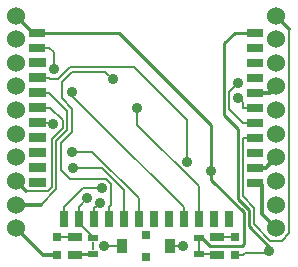
<source format=gtl>
%FSLAX34Y34*%
G04 Gerber Fmt 3.4, Leading zero omitted, Abs format*
G04 (created by PCBNEW (2013-12-14 BZR 4555)-product) date Wed 15 Jan 2014 15:50:04 EST*
%MOIN*%
G01*
G70*
G90*
G04 APERTURE LIST*
%ADD10C,0.005906*%
%ADD11R,0.031496X0.031496*%
%ADD12R,0.045000X0.025000*%
%ADD13R,0.035433X0.051181*%
%ADD14R,0.027559X0.027559*%
%ADD15R,0.035433X0.019685*%
%ADD16R,0.008000X0.031496*%
%ADD17C,0.060000*%
%ADD18R,0.027559X0.055118*%
%ADD19R,0.055118X0.027559*%
%ADD20C,0.035000*%
%ADD21C,0.010000*%
%ADD22C,0.014000*%
%ADD23C,0.008000*%
G04 APERTURE END LIST*
G54D10*
G54D11*
X2952Y-7381D03*
X2952Y-7972D03*
X-2952Y-7381D03*
X-2952Y-7972D03*
G54D12*
X2362Y-7977D03*
X2362Y-7377D03*
X-2362Y-7977D03*
X-2362Y-7377D03*
G54D13*
X-807Y-7677D03*
X807Y-7677D03*
G54D14*
X0Y-8031D03*
X-3Y-7322D03*
G54D15*
X-1771Y-7421D03*
X-1771Y-7933D03*
G54D16*
X-1771Y-7677D03*
G54D15*
X1771Y-7421D03*
X1771Y-7933D03*
G54D16*
X1771Y-7677D03*
G54D17*
X4331Y0D03*
X4331Y-3150D03*
X4331Y-4724D03*
X4331Y-3937D03*
X4331Y-1575D03*
X4331Y-2362D03*
X4331Y-787D03*
X4331Y-6299D03*
X4331Y-7087D03*
X4331Y-5512D03*
X-4331Y-5512D03*
X-4331Y-7087D03*
X-4331Y-6299D03*
X-4331Y-787D03*
X-4331Y-2362D03*
X-4331Y-1575D03*
X-4331Y-3937D03*
X-4331Y-4724D03*
X-4331Y-3150D03*
X-4331Y0D03*
G54D18*
X2750Y-6781D03*
X2250Y-6781D03*
G54D19*
X-3622Y-566D03*
G54D10*
G36*
X-3897Y-5704D02*
X-3897Y-5429D01*
X-3346Y-5429D01*
X-3346Y-5704D01*
X-3897Y-5704D01*
X-3897Y-5704D01*
G37*
G54D19*
X-3622Y-1066D03*
G54D10*
G36*
X-3897Y-1704D02*
X-3897Y-1429D01*
X-3346Y-1429D01*
X-3346Y-1704D01*
X-3897Y-1704D01*
X-3897Y-1704D01*
G37*
G36*
X-3897Y-2204D02*
X-3897Y-1929D01*
X-3346Y-1929D01*
X-3346Y-2204D01*
X-3897Y-2204D01*
X-3897Y-2204D01*
G37*
G36*
X-3897Y-2704D02*
X-3897Y-2429D01*
X-3346Y-2429D01*
X-3346Y-2704D01*
X-3897Y-2704D01*
X-3897Y-2704D01*
G37*
G36*
X-3897Y-3204D02*
X-3897Y-2929D01*
X-3346Y-2929D01*
X-3346Y-3204D01*
X-3897Y-3204D01*
X-3897Y-3204D01*
G37*
G36*
X-3897Y-3704D02*
X-3897Y-3429D01*
X-3346Y-3429D01*
X-3346Y-3704D01*
X-3897Y-3704D01*
X-3897Y-3704D01*
G37*
G36*
X-3897Y-4204D02*
X-3897Y-3929D01*
X-3346Y-3929D01*
X-3346Y-4204D01*
X-3897Y-4204D01*
X-3897Y-4204D01*
G37*
G36*
X-3897Y-4704D02*
X-3897Y-4429D01*
X-3346Y-4429D01*
X-3346Y-4704D01*
X-3897Y-4704D01*
X-3897Y-4704D01*
G37*
G36*
X-3897Y-5204D02*
X-3897Y-4929D01*
X-3346Y-4929D01*
X-3346Y-5204D01*
X-3897Y-5204D01*
X-3897Y-5204D01*
G37*
G54D18*
X-2750Y-6781D03*
X-2250Y-6781D03*
X-1750Y-6781D03*
X-1250Y-6781D03*
X-750Y-6781D03*
X-250Y-6781D03*
X250Y-6781D03*
X750Y-6781D03*
X1250Y-6781D03*
X1750Y-6781D03*
G54D19*
X3622Y-566D03*
X3622Y-5566D03*
X3622Y-5066D03*
X3622Y-4566D03*
X3622Y-4066D03*
X3622Y-3566D03*
X3622Y-3066D03*
X3622Y-2566D03*
X3622Y-2066D03*
X3622Y-1566D03*
X3622Y-1066D03*
G54D20*
X2167Y-5182D03*
X4110Y-7842D03*
X1239Y-7677D03*
X-1098Y-2129D03*
X-1524Y-6242D03*
X-1457Y-5743D03*
X-2429Y-5074D03*
X-2456Y-4531D03*
X3074Y-2255D03*
X3082Y-2747D03*
X-2456Y-2539D03*
X-1389Y-7677D03*
X-3078Y-1790D03*
X-1954Y-6088D03*
X1378Y-4887D03*
X-299Y-3078D03*
X-3085Y-3607D03*
G54D21*
X-2447Y-566D02*
X-909Y-566D01*
X2167Y-3644D02*
X2167Y-5182D01*
X-909Y-566D02*
X2167Y-3644D01*
G54D22*
X-4331Y0D02*
X-4326Y0D01*
X-4326Y0D02*
X-3759Y-566D01*
G54D21*
X3249Y-7620D02*
X3192Y-7677D01*
X3249Y-6549D02*
X2167Y-5467D01*
X2167Y-5467D02*
X2167Y-5182D01*
X2099Y-7659D02*
X2117Y-7677D01*
X2117Y-7677D02*
X2897Y-7677D01*
X1771Y-7421D02*
X1861Y-7421D01*
X1861Y-7421D02*
X2099Y-7659D01*
X2897Y-7677D02*
X3177Y-7677D01*
X3249Y-6549D02*
X3249Y-7620D01*
X3177Y-7677D02*
X3192Y-7677D01*
G54D23*
X1771Y-7933D02*
X1771Y-7421D01*
G54D21*
X-4326Y0D02*
X-3759Y-566D01*
X-4330Y0D02*
X-4326Y0D01*
X-3759Y-566D02*
X-3226Y-566D01*
X-2447Y-566D02*
X-3226Y-566D01*
G54D22*
X-4331Y-7087D02*
X-3445Y-7972D01*
X-3445Y-7972D02*
X-2952Y-7972D01*
G54D21*
X2610Y-3194D02*
X2610Y-3322D01*
X4110Y-7710D02*
X3429Y-7030D01*
X3429Y-7030D02*
X3429Y-6474D01*
X3429Y-6474D02*
X3056Y-6101D01*
X3056Y-6101D02*
X3056Y-3768D01*
X4110Y-7842D02*
X4110Y-7710D01*
X2956Y-566D02*
X2610Y-913D01*
X2610Y-913D02*
X2610Y-3194D01*
X3759Y-566D02*
X2956Y-566D01*
X2610Y-3322D02*
X3056Y-3768D01*
G54D23*
X3374Y-7908D02*
X4044Y-7908D01*
X3230Y-7972D02*
X3294Y-7908D01*
X3294Y-7908D02*
X3374Y-7908D01*
X2952Y-7972D02*
X3230Y-7972D01*
X4044Y-7908D02*
X4110Y-7842D01*
X807Y-7677D02*
X1104Y-7677D01*
X1104Y-7677D02*
X1239Y-7677D01*
X-3445Y-7972D02*
X-2952Y-7972D01*
X-4330Y-7087D02*
X-3445Y-7972D01*
X-1098Y-2129D02*
X-1355Y-1872D01*
X-2803Y-2763D02*
X-2459Y-3107D01*
X-2803Y-2206D02*
X-2803Y-2763D01*
X-2469Y-1872D02*
X-2803Y-2206D01*
X-1355Y-1872D02*
X-2469Y-1872D01*
X-2459Y-3107D02*
X-2459Y-3491D01*
X-2459Y-3491D02*
X-2459Y-3892D01*
X-1350Y-5433D02*
X-1162Y-5621D01*
X-1162Y-5621D02*
X-1162Y-6298D01*
X-1162Y-6298D02*
X-1250Y-6385D01*
X-1250Y-6919D02*
X-1250Y-6385D01*
X-1850Y-5433D02*
X-1350Y-5433D01*
X-2459Y-3892D02*
X-2827Y-4260D01*
X-2827Y-4260D02*
X-2827Y-5152D01*
X-2827Y-5152D02*
X-2547Y-5433D01*
X-2547Y-5433D02*
X-1850Y-5433D01*
X-1750Y-6919D02*
X-1750Y-6385D01*
X-1667Y-6385D02*
X-1524Y-6242D01*
X-1750Y-6385D02*
X-1667Y-6385D01*
X2670Y-7377D02*
X2675Y-7381D01*
X2362Y-7377D02*
X2670Y-7377D01*
X2952Y-7381D02*
X2675Y-7381D01*
X-2670Y-7377D02*
X-2675Y-7381D01*
X-2362Y-7377D02*
X-2670Y-7377D01*
X-2952Y-7381D02*
X-2675Y-7381D01*
X2318Y-7933D02*
X2362Y-7977D01*
X2318Y-7933D02*
X2362Y-7977D01*
G54D21*
X2318Y-7933D02*
X2362Y-7977D01*
X2318Y-7933D02*
X2362Y-7977D01*
G54D23*
X1771Y-7933D02*
X2318Y-7933D01*
X2318Y-7933D02*
X2362Y-7977D01*
G54D21*
X-2318Y-7933D02*
X-2362Y-7977D01*
X-1771Y-7933D02*
X-2318Y-7933D01*
G54D23*
X-2750Y-6919D02*
X-2750Y-6385D01*
X-2107Y-5743D02*
X-1457Y-5743D01*
X-2750Y-6385D02*
X-2107Y-5743D01*
X-750Y-6919D02*
X-750Y-5807D01*
X-750Y-5807D02*
X-1482Y-5074D01*
X-1482Y-5074D02*
X-2429Y-5074D01*
X-250Y-6919D02*
X-250Y-6081D01*
X-1799Y-4531D02*
X-2456Y-4531D01*
X-250Y-6081D02*
X-1799Y-4531D01*
G54D22*
X3759Y-5566D02*
X3850Y-5657D01*
X3850Y-6606D02*
X4331Y-7087D01*
X3850Y-5657D02*
X3850Y-6606D01*
X4331Y-4724D02*
X3988Y-5066D01*
X3988Y-5066D02*
X3759Y-5066D01*
G54D23*
X4017Y-5037D02*
X4017Y-5066D01*
X4330Y-4724D02*
X4017Y-5037D01*
X3759Y-5066D02*
X4017Y-5066D01*
G54D22*
X4331Y0D02*
X4331Y0D01*
X4331Y0D02*
X4768Y-437D01*
G54D23*
X3226Y-6030D02*
X3226Y-4066D01*
X3599Y-6404D02*
X3226Y-6030D01*
X3599Y-6959D02*
X3599Y-6404D01*
X4147Y-7507D02*
X3599Y-6959D01*
X4518Y-7507D02*
X4147Y-7507D01*
X4768Y-7258D02*
X4518Y-7507D01*
X4768Y-437D02*
X4768Y-7258D01*
X4330Y0D02*
X4768Y-437D01*
X3759Y-4066D02*
X3226Y-4066D01*
X2780Y-3120D02*
X3226Y-3566D01*
X2780Y-2549D02*
X2780Y-3120D01*
X3074Y-2255D02*
X2780Y-2549D01*
X3759Y-3566D02*
X3226Y-3566D01*
X3226Y-2890D02*
X3226Y-3066D01*
X3082Y-2747D02*
X3226Y-2890D01*
X3759Y-3066D02*
X3226Y-3066D01*
G54D22*
X4331Y-2362D02*
X4126Y-2566D01*
X4126Y-2566D02*
X3759Y-2566D01*
G54D23*
X4222Y-2362D02*
X4017Y-2566D01*
X4330Y-2362D02*
X4222Y-2362D01*
X3759Y-2566D02*
X4017Y-2566D01*
X-2456Y-2679D02*
X-1534Y-3601D01*
X-2456Y-2539D02*
X-2456Y-2679D01*
X1250Y-6919D02*
X1250Y-6385D01*
X1250Y-6385D02*
X-1534Y-3601D01*
X-3280Y-5840D02*
X-3147Y-5706D01*
X-3147Y-5706D02*
X-3147Y-4127D01*
X-3226Y-3066D02*
X-3194Y-3066D01*
X-3194Y-3066D02*
X-2783Y-3477D01*
X-2783Y-3477D02*
X-2783Y-3764D01*
X-3759Y-3066D02*
X-3226Y-3066D01*
X-3147Y-4127D02*
X-2783Y-3764D01*
G54D22*
X-4331Y-5512D02*
X-4002Y-5840D01*
X-4002Y-5840D02*
X-4002Y-5840D01*
G54D23*
X-4002Y-5840D02*
X-4330Y-5512D01*
X-3280Y-5840D02*
X-4002Y-5840D01*
X-807Y-7677D02*
X-1389Y-7677D01*
X-3078Y-1215D02*
X-3226Y-1066D01*
X-3078Y-1790D02*
X-3078Y-1215D01*
X-3759Y-1066D02*
X-3226Y-1066D01*
X-1771Y-7397D02*
X-2250Y-6919D01*
X-1771Y-7421D02*
X-1771Y-7397D01*
X-2250Y-6919D02*
X-2250Y-6385D01*
X-1954Y-6090D02*
X-1954Y-6088D01*
X-2250Y-6385D02*
X-1954Y-6090D01*
X-2019Y-1712D02*
X-2535Y-1712D01*
X-2535Y-1712D02*
X-2928Y-2105D01*
X1378Y-3496D02*
X1378Y-4887D01*
X-405Y-1712D02*
X1378Y-3496D01*
X-2019Y-1712D02*
X-405Y-1712D01*
X-3759Y-2066D02*
X-3226Y-2066D01*
X-3187Y-2105D02*
X-2928Y-2105D01*
X-3226Y-2066D02*
X-3187Y-2105D01*
X-2619Y-3173D02*
X-2619Y-3826D01*
X-3513Y-6299D02*
X-3513Y-6299D01*
X-2987Y-5773D02*
X-3513Y-6299D01*
X-2987Y-4194D02*
X-2987Y-5773D01*
X-2619Y-3826D02*
X-2987Y-4194D01*
G54D22*
X-4331Y-6299D02*
X-4330Y-6299D01*
X-4330Y-6299D02*
X-3513Y-6299D01*
G54D23*
X-2619Y-3173D02*
X-3226Y-2566D01*
X-4330Y-6299D02*
X-3513Y-6299D01*
X-3759Y-2566D02*
X-3226Y-2566D01*
X1750Y-6919D02*
X1750Y-5683D01*
X-299Y-3633D02*
X-299Y-3078D01*
X1750Y-5683D02*
X-299Y-3633D01*
X-3759Y-3566D02*
X-3226Y-3566D01*
X-3126Y-3566D02*
X-3085Y-3607D01*
X-3226Y-3566D02*
X-3126Y-3566D01*
M02*

</source>
